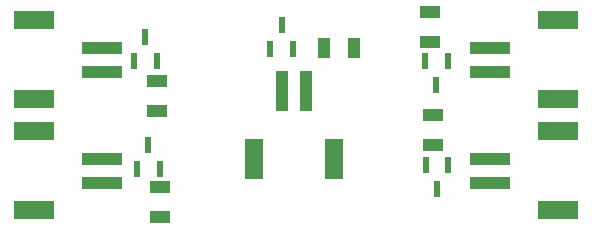
<source format=gbp>
G04*
G04 #@! TF.GenerationSoftware,Altium Limited,Altium Designer,22.2.1 (43)*
G04*
G04 Layer_Color=128*
%FSLAX24Y24*%
%MOIN*%
G70*
G04*
G04 #@! TF.SameCoordinates,757E67FC-675A-4625-AC2D-E40298A33DAC*
G04*
G04*
G04 #@! TF.FilePolarity,Positive*
G04*
G01*
G75*
%ADD23R,0.0591X0.1339*%
%ADD24R,0.0394X0.1378*%
%ADD25R,0.0413X0.0709*%
%ADD26R,0.0709X0.0413*%
%ADD27R,0.0220X0.0520*%
%ADD28R,0.1339X0.0591*%
%ADD29R,0.1378X0.0394*%
D23*
X8037Y2486D02*
D03*
X10675D02*
D03*
D24*
X8963Y4750D02*
D03*
X9750D02*
D03*
D25*
X10348Y6200D02*
D03*
X11352D02*
D03*
D26*
X13900Y6398D02*
D03*
Y7402D02*
D03*
X14000Y2948D02*
D03*
Y3952D02*
D03*
X4800Y5102D02*
D03*
Y4098D02*
D03*
X4900Y1552D02*
D03*
Y548D02*
D03*
D27*
X8950Y6950D02*
D03*
X8570Y6150D02*
D03*
X9330D02*
D03*
X14100Y4950D02*
D03*
X14480Y5750D02*
D03*
X13720D02*
D03*
X14120Y1500D02*
D03*
X14500Y2300D02*
D03*
X13740D02*
D03*
X4400Y6550D02*
D03*
X4020Y5750D02*
D03*
X4780D02*
D03*
X4500Y2950D02*
D03*
X4120Y2150D02*
D03*
X4880D02*
D03*
D28*
X18156Y4481D02*
D03*
Y7119D02*
D03*
Y781D02*
D03*
Y3419D02*
D03*
X694Y7119D02*
D03*
Y4481D02*
D03*
Y3419D02*
D03*
Y781D02*
D03*
D29*
X15892Y5406D02*
D03*
Y6194D02*
D03*
Y1706D02*
D03*
Y2494D02*
D03*
X2958Y6194D02*
D03*
Y5406D02*
D03*
Y2494D02*
D03*
Y1706D02*
D03*
M02*

</source>
